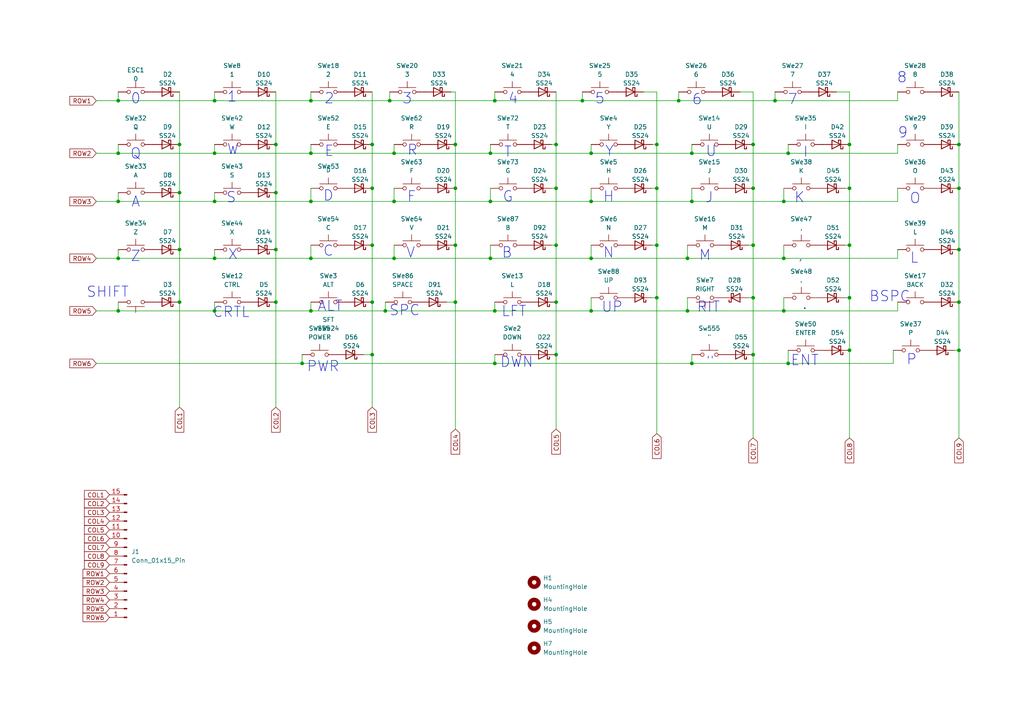
<source format=kicad_sch>
(kicad_sch (version 20250114) (generator "eeschema") (generator_version "9.0")
  (paper "A4")
  (text "Y" (at 176.784 43.942 0) (effects (font (size 3 3))))
  (text "S" (at 67.056 57.404 0) (effects (font (size 3 3))))
  (text "V" (at 119.126 73.406 0) (effects (font (size 3 3))))
  (text "ENT" (at 233.426 104.648 0) (effects (font (size 3 3))))
  (text "4" (at 148.844 28.702 0) (effects (font (size 3 3))))
  (text "CRTL" (at 67.056 90.678 0) (effects (font (size 3 3))))
  (text "U" (at 206.248 43.942 0) (effects (font (size 3 3))))
  (text "R" (at 119.634 43.688 0) (effects (font (size 3 3))))
  (text "H" (at 176.53 57.15 0) (effects (font (size 3 3))))
  (text "PWR" (at 93.726 106.426 0) (effects (font (size 3 3))))
  (text "9" (at 261.874 38.608 0) (effects (font (size 3 3))))
  (text "UP" (at 177.546 89.154 0) (effects (font (size 3 3))))
  (text "6" (at 202.184 28.956 0) (effects (font (size 3 3))))
  (text "LFT" (at 149.098 90.424 0) (effects (font (size 3 3))))
  (text "," (at 232.156 74.168 0) (effects (font (size 3 3))))
  (text "3" (at 118.11 28.702 0) (effects (font (size 3 3))))
  (text "ALT" (at 95.758 88.9 0) (effects (font (size 3 3))))
  (text "K" (at 231.902 57.404 0) (effects (font (size 3 3))))
  (text "N" (at 176.5077 73.406 0) (effects (font (size 3 3))))
  (text "W" (at 67.564 43.434 0) (effects (font (size 3 3))))
  (text "G" (at 147.32 57.15 0) (effects (font (size 3 3))))
  (text "5" (at 173.99 28.702 0) (effects (font (size 3 3))))
  (text "7" (at 229.87 28.956 0) (effects (font (size 3 3))))
  (text "1" (at 67.31 28.194 0) (effects (font (size 3 3))))
  (text "SHIFT" (at 31.242 84.836 0) (effects (font (size 3 3))))
  (text "E" (at 95.504 43.942 0) (effects (font (size 3 3))))
  (text "8" (at 261.62 22.606 0) (effects (font (size 3 3))))
  (text "M" (at 204.47 74.168 0) (effects (font (size 3 3))))
  (text "I" (at 233.68 44.196 0) (effects (font (size 3 3))))
  (text "DWN" (at 149.86 105.156 0) (effects (font (size 3 3))))
  (text "A" (at 39.37 58.674 0) (effects (font (size 3 3))))
  (text "C" (at 95.25 72.898 0) (effects (font (size 3 3))))
  (text "O" (at 265.43 57.658 0) (effects (font (size 3 3))))
  (text "Z" (at 39.37 74.422 0) (effects (font (size 3 3))))
  (text "J" (at 205.74 57.404 0) (effects (font (size 3 3))))
  (text "SPC" (at 117.348 90.17 0) (effects (font (size 3 3))))
  (text "D" (at 95.25 56.896 0) (effects (font (size 3 3))))
  (text "2" (at 95.504 28.702 0) (effects (font (size 3 3))))
  (text "T" (at 147.32 44.196 0) (effects (font (size 3 3))))
  (text "X" (at 67.564 73.914 0) (effects (font (size 3 3))))
  (text "L" (at 265.176 74.93 0) (effects (font (size 3 3))))
  (text "Q" (at 39.37 44.704 0) (effects (font (size 3 3))))
  (text "P" (at 264.414 104.394 0) (effects (font (size 3 3))))
  (text "." (at 233.426 88.392 0) (effects (font (size 3 3))))
  (text "RIT" (at 205.486 89.154 0) (effects (font (size 3 3))))
  (text "{dblquote}" (at 205.994 105.156 0) (effects (font (size 3 3))))
  (text "F" (at 119.38 57.15 0) (effects (font (size 3 3))))
  (text "BSPC" (at 258.064 86.106 0) (effects (font (size 3 3))))
  (text "B" (at 147.066 73.406 0) (effects (font (size 3 3))))
  (text "0" (at 39.37 28.702 0) (effects (font (size 3 3))))
  (junction (at 227.33 90.17))
  (junction (at 52.07 55.88))
  (junction (at 161.29 54.61))
  (junction (at 114.3 74.93))
  (junction (at 90.17 74.93))
  (junction (at 142.24 44.45))
  (junction (at 200.66 105.41))
  (junction (at 34.29 58.42))
  (junction (at 190.5 41.91))
  (junction (at 246.38 101.6))
  (junction (at 218.44 54.61))
  (junction (at 132.08 41.91))
  (junction (at 246.38 71.12))
  (junction (at 227.33 74.93))
  (junction (at 34.29 90.17))
  (junction (at 171.45 58.42))
  (junction (at 200.66 44.45))
  (junction (at 199.39 90.17))
  (junction (at 218.44 71.12))
  (junction (at 171.45 90.17))
  (junction (at 52.07 87.63))
  (junction (at 228.6 44.45))
  (junction (at 246.38 86.36))
  (junction (at 190.5 71.12))
  (junction (at 34.29 29.21))
  (junction (at 132.08 71.12))
  (junction (at 278.13 41.91))
  (junction (at 132.08 54.61))
  (junction (at 132.08 87.63))
  (junction (at 52.07 72.39))
  (junction (at 111.76 90.17))
  (junction (at 80.01 41.91))
  (junction (at 90.17 58.42))
  (junction (at 107.95 41.91))
  (junction (at 161.29 71.12))
  (junction (at 87.63 105.41))
  (junction (at 107.95 71.12))
  (junction (at 90.17 44.45))
  (junction (at 196.85 29.21))
  (junction (at 34.29 44.45))
  (junction (at 90.17 90.17))
  (junction (at 246.38 41.91))
  (junction (at 227.33 58.42))
  (junction (at 278.13 101.6))
  (junction (at 80.01 72.39))
  (junction (at 107.95 87.63))
  (junction (at 107.95 54.61))
  (junction (at 161.29 87.63))
  (junction (at 171.45 44.45))
  (junction (at 161.29 41.91))
  (junction (at 161.29 102.87))
  (junction (at 114.3 44.45))
  (junction (at 114.3 58.42))
  (junction (at 62.23 29.21))
  (junction (at 278.13 72.39))
  (junction (at 80.01 87.63))
  (junction (at 62.23 58.42))
  (junction (at 62.23 74.93))
  (junction (at 52.07 41.91))
  (junction (at 142.24 74.93))
  (junction (at 143.51 90.17))
  (junction (at 218.44 102.87))
  (junction (at 200.66 58.42))
  (junction (at 218.44 41.91))
  (junction (at 143.51 105.41))
  (junction (at 143.51 29.21))
  (junction (at 190.5 54.61))
  (junction (at 80.01 55.88))
  (junction (at 168.91 29.21))
  (junction (at 190.5 86.36))
  (junction (at 171.45 74.93))
  (junction (at 278.13 87.63))
  (junction (at 228.6 105.41))
  (junction (at 224.79 29.21))
  (junction (at 62.23 44.45))
  (junction (at 142.24 58.42))
  (junction (at 90.17 29.21))
  (junction (at 107.95 102.87))
  (junction (at 218.44 86.36))
  (junction (at 62.23 90.17))
  (junction (at 199.39 74.93))
  (junction (at 113.03 29.21))
  (junction (at 34.29 74.93))
  (junction (at 246.38 54.61))
  (junction (at 278.13 54.61))
  (wire (pts (xy 132.08 87.63) (xy 132.08 124.46)))
  (wire (pts (xy 80.01 72.39) (xy 80.01 87.63)))
  (wire (pts (xy 260.35 54.61) (xy 260.35 58.42)))
  (wire (pts (xy 228.6 41.91) (xy 228.6 44.45)))
  (wire (pts (xy 142.24 44.45) (xy 171.45 44.45)))
  (wire (pts (xy 90.17 54.61) (xy 90.17 58.42)))
  (wire (pts (xy 160.02 71.12) (xy 161.29 71.12)))
  (wire (pts (xy 107.95 41.91) (xy 107.95 54.61)))
  (wire (pts (xy 27.94 74.93) (xy 34.29 74.93)))
  (wire (pts (xy 114.3 74.93) (xy 142.24 74.93)))
  (wire (pts (xy 218.44 26.67) (xy 218.44 41.91)))
  (wire (pts (xy 132.08 71.12) (xy 132.08 87.63)))
  (wire (pts (xy 34.29 41.91) (xy 34.29 44.45)))
  (wire (pts (xy 227.33 74.93) (xy 260.35 74.93)))
  (wire (pts (xy 143.51 26.67) (xy 143.51 29.21)))
  (wire (pts (xy 200.66 41.91) (xy 200.66 44.45)))
  (wire (pts (xy 189.23 86.36) (xy 190.5 86.36)))
  (wire (pts (xy 199.39 90.17) (xy 227.33 90.17)))
  (wire (pts (xy 132.08 26.67) (xy 132.08 41.91)))
  (wire (pts (xy 34.29 74.93) (xy 62.23 74.93)))
  (wire (pts (xy 27.94 90.17) (xy 34.29 90.17)))
  (wire (pts (xy 227.33 90.17) (xy 260.35 90.17)))
  (wire (pts (xy 90.17 74.93) (xy 114.3 74.93)))
  (wire (pts (xy 62.23 44.45) (xy 90.17 44.45)))
  (wire (pts (xy 190.5 26.67) (xy 190.5 41.91)))
  (wire (pts (xy 218.44 102.87) (xy 218.44 127)))
  (wire (pts (xy 227.33 54.61) (xy 227.33 58.42)))
  (wire (pts (xy 171.45 44.45) (xy 200.66 44.45)))
  (wire (pts (xy 228.6 105.41) (xy 259.08 105.41)))
  (wire (pts (xy 52.07 72.39) (xy 52.07 87.63)))
  (wire (pts (xy 90.17 87.63) (xy 90.17 90.17)))
  (wire (pts (xy 52.07 26.67) (xy 52.07 41.91)))
  (wire (pts (xy 105.41 102.87) (xy 107.95 102.87)))
  (wire (pts (xy 218.44 26.67) (xy 214.63 26.67)))
  (wire (pts (xy 113.03 29.21) (xy 143.51 29.21)))
  (wire (pts (xy 190.5 26.67) (xy 186.69 26.67)))
  (wire (pts (xy 87.63 105.41) (xy 143.51 105.41)))
  (wire (pts (xy 142.24 41.91) (xy 142.24 44.45)))
  (wire (pts (xy 52.07 87.63) (xy 52.07 118.11)))
  (wire (pts (xy 87.63 102.87) (xy 87.63 105.41)))
  (wire (pts (xy 90.17 44.45) (xy 114.3 44.45)))
  (wire (pts (xy 190.5 41.91) (xy 189.23 41.91)))
  (wire (pts (xy 114.3 54.61) (xy 114.3 58.42)))
  (wire (pts (xy 34.29 44.45) (xy 62.23 44.45)))
  (wire (pts (xy 90.17 71.12) (xy 90.17 74.93)))
  (wire (pts (xy 142.24 71.12) (xy 142.24 74.93)))
  (wire (pts (xy 113.03 29.21) (xy 90.17 29.21)))
  (wire (pts (xy 62.23 41.91) (xy 62.23 44.45)))
  (wire (pts (xy 190.5 54.61) (xy 190.5 71.12)))
  (wire (pts (xy 27.94 29.21) (xy 34.29 29.21)))
  (wire (pts (xy 62.23 29.21) (xy 90.17 29.21)))
  (wire (pts (xy 111.76 90.17) (xy 143.51 90.17)))
  (wire (pts (xy 142.24 54.61) (xy 142.24 58.42)))
  (wire (pts (xy 161.29 41.91) (xy 161.29 54.61)))
  (wire (pts (xy 200.66 105.41) (xy 228.6 105.41)))
  (wire (pts (xy 34.29 72.39) (xy 34.29 74.93)))
  (wire (pts (xy 171.45 71.12) (xy 171.45 74.93)))
  (wire (pts (xy 199.39 86.36) (xy 199.39 90.17)))
  (wire (pts (xy 143.51 90.17) (xy 171.45 90.17)))
  (wire (pts (xy 259.08 101.6) (xy 259.08 105.41)))
  (wire (pts (xy 200.66 54.61) (xy 200.66 58.42)))
  (wire (pts (xy 143.51 29.21) (xy 168.91 29.21)))
  (wire (pts (xy 27.94 105.41) (xy 87.63 105.41)))
  (wire (pts (xy 228.6 44.45) (xy 260.35 44.45)))
  (wire (pts (xy 190.5 71.12) (xy 190.5 86.36)))
  (wire (pts (xy 143.51 105.41) (xy 200.66 105.41)))
  (wire (pts (xy 246.38 26.67) (xy 246.38 41.91)))
  (wire (pts (xy 107.95 71.12) (xy 107.95 87.63)))
  (wire (pts (xy 114.3 58.42) (xy 142.24 58.42)))
  (wire (pts (xy 114.3 44.45) (xy 142.24 44.45)))
  (wire (pts (xy 62.23 74.93) (xy 90.17 74.93)))
  (wire (pts (xy 27.94 44.45) (xy 34.29 44.45)))
  (wire (pts (xy 114.3 71.12) (xy 114.3 74.93)))
  (wire (pts (xy 278.13 101.6) (xy 278.13 127)))
  (wire (pts (xy 224.79 26.67) (xy 224.79 29.21)))
  (wire (pts (xy 143.51 102.87) (xy 143.51 105.41)))
  (wire (pts (xy 199.39 71.12) (xy 199.39 74.93)))
  (wire (pts (xy 246.38 26.67) (xy 242.57 26.67)))
  (wire (pts (xy 62.23 26.67) (xy 62.23 29.21)))
  (wire (pts (xy 114.3 41.91) (xy 114.3 44.45)))
  (wire (pts (xy 246.38 71.12) (xy 246.38 86.36)))
  (wire (pts (xy 245.11 86.36) (xy 246.38 86.36)))
  (wire (pts (xy 34.29 55.88) (xy 34.29 58.42)))
  (wire (pts (xy 161.29 87.63) (xy 161.29 102.87)))
  (wire (pts (xy 62.23 58.42) (xy 90.17 58.42)))
  (wire (pts (xy 190.5 41.91) (xy 190.5 54.61)))
  (wire (pts (xy 107.95 54.61) (xy 107.95 71.12)))
  (wire (pts (xy 160.02 54.61) (xy 161.29 54.61)))
  (wire (pts (xy 189.23 71.12) (xy 190.5 71.12)))
  (wire (pts (xy 129.54 87.63) (xy 132.08 87.63)))
  (wire (pts (xy 190.5 86.36) (xy 190.5 125.73)))
  (wire (pts (xy 278.13 54.61) (xy 278.13 72.39)))
  (wire (pts (xy 276.86 101.6) (xy 278.13 101.6)))
  (wire (pts (xy 161.29 71.12) (xy 161.29 87.63)))
  (wire (pts (xy 107.95 102.87) (xy 107.95 118.11)))
  (wire (pts (xy 132.08 41.91) (xy 132.08 54.61)))
  (wire (pts (xy 34.29 58.42) (xy 62.23 58.42)))
  (wire (pts (xy 107.95 26.67) (xy 107.95 41.91)))
  (wire (pts (xy 168.91 26.67) (xy 168.91 29.21)))
  (wire (pts (xy 171.45 86.36) (xy 171.45 90.17)))
  (wire (pts (xy 260.35 29.21) (xy 260.35 26.67)))
  (wire (pts (xy 278.13 87.63) (xy 278.13 101.6)))
  (wire (pts (xy 245.11 71.12) (xy 246.38 71.12)))
  (wire (pts (xy 228.6 101.6) (xy 228.6 105.41)))
  (wire (pts (xy 246.38 54.61) (xy 246.38 71.12)))
  (wire (pts (xy 224.79 29.21) (xy 196.85 29.21)))
  (wire (pts (xy 90.17 26.67) (xy 90.17 29.21)))
  (wire (pts (xy 227.33 86.36) (xy 227.33 90.17)))
  (wire (pts (xy 80.01 87.63) (xy 80.01 118.11)))
  (wire (pts (xy 171.45 90.17) (xy 199.39 90.17)))
  (wire (pts (xy 143.51 87.63) (xy 143.51 90.17)))
  (wire (pts (xy 27.94 58.42) (xy 34.29 58.42)))
  (wire (pts (xy 90.17 90.17) (xy 111.76 90.17)))
  (wire (pts (xy 196.85 29.21) (xy 168.91 29.21)))
  (wire (pts (xy 52.07 55.88) (xy 52.07 72.39)))
  (wire (pts (xy 34.29 29.21) (xy 62.23 29.21)))
  (wire (pts (xy 52.07 41.91) (xy 52.07 55.88)))
  (wire (pts (xy 224.79 29.21) (xy 260.35 29.21)))
  (wire (pts (xy 90.17 41.91) (xy 90.17 44.45)))
  (wire (pts (xy 171.45 54.61) (xy 171.45 58.42)))
  (wire (pts (xy 80.01 55.88) (xy 80.01 72.39)))
  (wire (pts (xy 62.23 90.17) (xy 62.23 87.63)))
  (wire (pts (xy 107.95 87.63) (xy 107.95 102.87)))
  (wire (pts (xy 278.13 72.39) (xy 278.13 87.63)))
  (wire (pts (xy 246.38 41.91) (xy 246.38 54.61)))
  (wire (pts (xy 218.44 41.91) (xy 218.44 54.61)))
  (wire (pts (xy 111.76 87.63) (xy 111.76 90.17)))
  (wire (pts (xy 218.44 86.36) (xy 218.44 102.87)))
  (wire (pts (xy 34.29 90.17) (xy 34.29 87.63)))
  (wire (pts (xy 217.17 71.12) (xy 218.44 71.12)))
  (wire (pts (xy 171.45 74.93) (xy 199.39 74.93)))
  (wire (pts (xy 142.24 58.42) (xy 171.45 58.42)))
  (wire (pts (xy 227.33 58.42) (xy 200.66 58.42)))
  (wire (pts (xy 217.17 86.36) (xy 218.44 86.36)))
  (wire (pts (xy 142.24 74.93) (xy 171.45 74.93)))
  (wire (pts (xy 161.29 41.91) (xy 160.02 41.91)))
  (wire (pts (xy 90.17 58.42) (xy 114.3 58.42)))
  (wire (pts (xy 34.29 29.21) (xy 34.29 26.67)))
  (wire (pts (xy 278.13 26.67) (xy 278.13 41.91)))
  (wire (pts (xy 171.45 41.91) (xy 171.45 44.45)))
  (wire (pts (xy 132.08 26.67) (xy 130.81 26.67)))
  (wire (pts (xy 189.23 54.61) (xy 190.5 54.61)))
  (wire (pts (xy 199.39 74.93) (xy 227.33 74.93)))
  (wire (pts (xy 227.33 58.42) (xy 260.35 58.42)))
  (wire (pts (xy 80.01 26.67) (xy 80.01 41.91)))
  (wire (pts (xy 161.29 102.87) (xy 161.29 124.46)))
  (wire (pts (xy 218.44 54.61) (xy 218.44 71.12)))
  (wire (pts (xy 245.11 54.61) (xy 246.38 54.61)))
  (wire (pts (xy 260.35 87.63) (xy 260.35 90.17)))
  (wire (pts (xy 161.29 54.61) (xy 161.29 71.12)))
  (wire (pts (xy 278.13 41.91) (xy 278.13 54.61)))
  (wire (pts (xy 171.45 58.42) (xy 200.66 58.42)))
  (wire (pts (xy 34.29 90.17) (xy 62.23 90.17)))
  (wire (pts (xy 132.08 54.61) (xy 132.08 71.12)))
  (wire (pts (xy 62.23 55.88) (xy 62.23 58.42)))
  (wire (pts (xy 113.03 26.67) (xy 113.03 29.21)))
  (wire (pts (xy 218.44 71.12) (xy 218.44 86.36)))
  (wire (pts (xy 246.38 101.6) (xy 246.38 127)))
  (wire (pts (xy 200.66 44.45) (xy 228.6 44.45)))
  (wire (pts (xy 196.85 26.67) (xy 196.85 29.21)))
  (wire (pts (xy 161.29 26.67) (xy 161.29 41.91)))
  (wire (pts (xy 246.38 86.36) (xy 246.38 101.6)))
  (wire (pts (xy 227.33 71.12) (xy 227.33 74.93)))
  (wire (pts (xy 80.01 41.91) (xy 80.01 55.88)))
  (wire (pts (xy 260.35 74.93) (xy 260.35 72.39)))
  (wire (pts (xy 260.35 44.45) (xy 260.35 41.91)))
  (wire (pts (xy 200.66 102.87) (xy 200.66 105.41)))
  (wire (pts (xy 62.23 72.39) (xy 62.23 74.93)))
  (wire (pts (xy 62.23 90.17) (xy 90.17 90.17)))
  (global_label "COL7" (shape input) (at 31.75 158.75 180) (property "Intersheetrefs" "${INTERSHEET_REFS}" (effects (hide yes))))
  (global_label "COL4" (shape input) (at 31.75 151.13 180) (property "Intersheetrefs" "${INTERSHEET_REFS}" (effects (hide yes))))
  (global_label "COL5" (shape input) (at 31.75 153.67 180) (property "Intersheetrefs" "${INTERSHEET_REFS}" (effects (hide yes))))
  (global_label "COL4" (shape input) (at 132.08 124.46 270) (property "Intersheetrefs" "${INTERSHEET_REFS}" (effects (hide yes))))
  (global_label "ROW3" (shape input) (at 31.75 171.45 180) (property "Intersheetrefs" "${INTERSHEET_REFS}" (effects (hide yes))))
  (global_label "ROW4" (shape input) (at 31.75 173.99 180) (property "Intersheetrefs" "${INTERSHEET_REFS}" (effects (hide yes))))
  (global_label "COL9" (shape input) (at 31.75 163.83 180) (property "Intersheetrefs" "${INTERSHEET_REFS}" (effects (hide yes))))
  (global_label "COL3" (shape input) (at 31.75 148.59 180) (property "Intersheetrefs" "${INTERSHEET_REFS}" (effects (hide yes))))
  (global_label "COL6" (shape input) (at 190.5 125.73 270) (property "Intersheetrefs" "${INTERSHEET_REFS}" (effects (hide yes))))
  (global_label "COL5" (shape input) (at 161.29 124.46 270) (property "Intersheetrefs" "${INTERSHEET_REFS}" (effects (hide yes))))
  (global_label "COL8" (shape input) (at 246.38 127 270) (property "Intersheetrefs" "${INTERSHEET_REFS}" (effects (hide yes))))
  (global_label "ROW6" (shape input) (at 31.75 179.07 180) (property "Intersheetrefs" "${INTERSHEET_REFS}" (effects (hide yes))))
  (global_label "ROW4" (shape input) (at 27.94 74.93 180) (property "Intersheetrefs" "${INTERSHEET_REFS}" (effects (hide yes))))
  (global_label "COL6" (shape input) (at 31.75 156.21 180) (property "Intersheetrefs" "${INTERSHEET_REFS}" (effects (hide yes))))
  (global_label "ROW2" (shape input) (at 31.75 168.91 180) (property "Intersheetrefs" "${INTERSHEET_REFS}" (effects (hide yes))))
  (global_label "ROW5" (shape input) (at 27.94 90.17 180) (property "Intersheetrefs" "${INTERSHEET_REFS}" (effects (hide yes))))
  (global_label "ROW1" (shape input) (at 31.75 166.37 180) (property "Intersheetrefs" "${INTERSHEET_REFS}" (effects (hide yes))))
  (global_label "ROW2" (shape input) (at 27.94 44.45 180) (property "Intersheetrefs" "${INTERSHEET_REFS}" (effects (hide yes))))
  (global_label "COL8" (shape input) (at 31.75 161.29 180) (property "Intersheetrefs" "${INTERSHEET_REFS}" (effects (hide yes))))
  (global_label "COL1" (shape input) (at 31.75 143.51 180) (property "Intersheetrefs" "${INTERSHEET_REFS}" (effects (hide yes))))
  (global_label "COL3" (shape input) (at 107.95 118.11 270) (property "Intersheetrefs" "${INTERSHEET_REFS}" (effects (hide yes))))
  (global_label "ROW3" (shape input) (at 27.94 58.42 180) (property "Intersheetrefs" "${INTERSHEET_REFS}" (effects (hide yes))))
  (global_label "ROW1" (shape input) (at 27.94 29.21 180) (property "Intersheetrefs" "${INTERSHEET_REFS}" (effects (hide yes))))
  (global_label "COL7" (shape input) (at 218.44 127 270) (property "Intersheetrefs" "${INTERSHEET_REFS}" (effects (hide yes))))
  (global_label "COL2" (shape input) (at 31.75 146.05 180) (property "Intersheetrefs" "${INTERSHEET_REFS}" (effects (hide yes))))
  (global_label "COL1" (shape input) (at 52.07 118.11 270) (property "Intersheetrefs" "${INTERSHEET_REFS}" (effects (hide yes))))
  (global_label "COL9" (shape input) (at 278.13 127 270) (property "Intersheetrefs" "${INTERSHEET_REFS}" (effects (hide yes))))
  (global_label "ROW5" (shape input) (at 31.75 176.53 180) (property "Intersheetrefs" "${INTERSHEET_REFS}" (effects (hide yes))))
  (global_label "COL2" (shape input) (at 80.01 118.11 270) (property "Intersheetrefs" "${INTERSHEET_REFS}" (effects (hide yes))))
  (global_label "ROW6" (shape input) (at 27.94 105.41 180) (property "Intersheetrefs" "${INTERSHEET_REFS}" (effects (hide yes))))
  (symbol (lib_id "Diode:SS24") (at 242.57 41.91 180) (unit 1)
    (property "Reference" "D42" (at 242.8875 36.83 0))
    (property "Value" "SS24" (at 242.8875 39.37 0))
    (property "Footprint" "Diode_SMD:D_0805_2012Metric" (effects (hide yes)))
    (property "Datasheet" "https://www.vishay.com/docs/88748/ss22.pdf" (effects (hide yes)))
    (property "Description" "40V 2A Schottky Diode, SMA" (effects (hide yes)))
  )
  (symbol (lib_id "Diode:SS24") (at 104.14 87.63 180) (unit 1)
    (property "Reference" "D6" (at 104.4575 82.55 0))
    (property "Value" "SS24" (at 104.4575 85.09 0))
    (property "Footprint" "Diode_SMD:D_0805_2012Metric" (effects (hide yes)))
    (property "Datasheet" "https://www.vishay.com/docs/88748/ss22.pdf" (effects (hide yes)))
    (property "Description" "40V 2A Schottky Diode, SMA" (effects (hide yes)))
  )
  (symbol (lib_id "Switch:SW_Push") (at 147.32 41.91 0) (unit 1)
    (property "Reference" "SWe72" (at 147.32 34.29 0))
    (property "Value" "T" (at 147.32 36.83 0))
    (property "Footprint" "USB4105-GF-A (1):SW_SPST_B3U-1000P_MovedText" (effects (hide yes)))
    (property "Description" "Push button switch, generic, two pins" (effects (hide yes)))
  )
  (symbol (lib_id "Switch:SW_Push") (at 265.43 41.91 0) (unit 1)
    (property "Reference" "SWe29" (at 265.43 34.29 0))
    (property "Value" "9" (at 265.43 36.83 0))
    (property "Footprint" "USB4105-GF-A (1):SW_SPST_B3U-1000P_MovedText" (effects (hide yes)))
    (property "Description" "Push button switch, generic, two pins" (effects (hide yes)))
  )
  (symbol (lib_id "Switch:SW_Push") (at 67.31 26.67 0) (unit 1)
    (property "Reference" "SWe8" (at 67.31 19.05 0))
    (property "Value" "1" (at 67.31 21.59 0))
    (property "Footprint" "USB4105-GF-A (1):SW_SPST_B3U-1000P_MovedText" (effects (hide yes)))
    (property "Description" "Push button switch, generic, two pins" (effects (hide yes)))
  )
  (symbol (lib_id "Switch:SW_Push") (at 39.37 87.63 0) (mirror x) (unit 1)
    (property "Reference" "SWe24" (at 95.25 95.25 0))
    (property "Value" "SFT" (at 95.25 92.71 0))
    (property "Footprint" "USB4105-GF-A (1):SW_SPST_B3U-1000P_MovedText" (effects (hide yes)))
    (property "Description" "Push button switch, generic, two pins" (effects (hide yes)))
  )
  (symbol (lib_id "Diode:SS24") (at 128.27 41.91 180) (unit 1)
    (property "Reference" "D19" (at 128.5875 36.83 0))
    (property "Value" "SS24" (at 128.5875 39.37 0))
    (property "Footprint" "Diode_SMD:D_0805_2012Metric" (effects (hide yes)))
    (property "Datasheet" "https://www.vishay.com/docs/88748/ss22.pdf" (effects (hide yes)))
    (property "Description" "40V 2A Schottky Diode, SMA" (effects (hide yes)))
  )
  (symbol (lib_id "Diode:SS24") (at 274.32 87.63 180) (unit 1)
    (property "Reference" "D32" (at 274.6375 82.55 0))
    (property "Value" "SS24" (at 274.6375 85.09 0))
    (property "Footprint" "Diode_SMD:D_0805_2012Metric" (effects (hide yes)))
    (property "Datasheet" "https://www.vishay.com/docs/88748/ss22.pdf" (effects (hide yes)))
    (property "Description" "40V 2A Schottky Diode, SMA" (effects (hide yes)))
  )
  (symbol (lib_id "Mechanical:MountingHole") (at 154.94 175.26 0) (unit 1) (exclude_from_sim yes) (in_bom no)
    (property "Reference" "H4" (at 157.48 173.9899 0) (effects (justify left)))
    (property "Value" "MountingHole" (at 157.48 176.5299 0) (effects (justify left)))
    (property "Footprint" "MountingHole:MountingHole_3.2mm_M3_ISO7380_Pad" (effects (hide yes)))
    (property "Description" "Mounting Hole without connection" (effects (hide yes)))
  )
  (symbol (lib_id "Switch:SW_Push") (at 176.53 86.36 0) (unit 1)
    (property "Reference" "SWe88" (at 176.53 78.74 0))
    (property "Value" "UP" (at 176.53 81.28 0))
    (property "Footprint" "USB4105-GF-A (1):SW_SPST_B3U-1000P_MovedText" (effects (hide yes)))
    (property "Description" "Push button switch, generic, two pins" (effects (hide yes)))
  )
  (symbol (lib_id "Diode:SS24") (at 48.26 26.67 180) (unit 1)
    (property "Reference" "D2" (at 48.5775 21.59 0))
    (property "Value" "SS24" (at 48.5775 24.13 0))
    (property "Footprint" "Diode_SMD:D_0805_2012Metric" (effects (hide yes)))
    (property "Datasheet" "https://www.vishay.com/docs/88748/ss22.pdf" (effects (hide yes)))
    (property "Description" "40V 2A Schottky Diode, SMA" (effects (hide yes)))
  )
  (symbol (lib_id "Switch:SW_Push") (at 119.38 54.61 0) (unit 1)
    (property "Reference" "SWe63" (at 119.38 46.99 0))
    (property "Value" "F" (at 119.38 49.53 0))
    (property "Footprint" "USB4105-GF-A (1):SW_SPST_B3U-1000P_MovedText" (effects (hide yes)))
    (property "Description" "Push button switch, generic, two pins" (effects (hide yes)))
  )
  (symbol (lib_id "Switch:SW_Push") (at 67.31 72.39 0) (unit 1)
    (property "Reference" "SWe44" (at 67.31 64.77 0))
    (property "Value" "X" (at 67.31 67.31 0))
    (property "Footprint" "USB4105-GF-A (1):SW_SPST_B3U-1000P_MovedText" (effects (hide yes)))
    (property "Description" "Push button switch, generic, two pins" (effects (hide yes)))
  )
  (symbol (lib_id "Switch:SW_Push") (at 265.43 72.39 0) (unit 1)
    (property "Reference" "SWe39" (at 265.43 64.77 0))
    (property "Value" "L" (at 265.43 67.31 0))
    (property "Footprint" "USB4105-GF-A (1):SW_SPST_B3U-1000P_MovedText" (effects (hide yes)))
    (property "Description" "Push button switch, generic, two pins" (effects (hide yes)))
  )
  (symbol (lib_id "Switch:SW_Push") (at 205.74 102.87 0) (unit 1)
    (property "Reference" "Sw555" (at 205.74 95.25 0))
    (property "Value" "{dblquote}" (at 205.74 97.79 0))
    (property "Footprint" "USB4105-GF-A (1):SW_SPST_B3U-1000P_MovedText" (effects (hide yes)))
    (property "Description" "Push button switch, generic, two pins" (effects (hide yes)))
  )
  (symbol (lib_id "Switch:SW_Push") (at 233.68 41.91 0) (unit 1)
    (property "Reference" "SWe35" (at 233.68 34.29 0))
    (property "Value" "I" (at 233.68 36.83 0))
    (property "Footprint" "USB4105-GF-A (1):SW_SPST_B3U-1000P_MovedText" (effects (hide yes)))
    (property "Description" "Push button switch, generic, two pins" (effects (hide yes)))
  )
  (symbol (lib_id "Diode:SS24") (at 273.05 101.6 180) (unit 1)
    (property "Reference" "D44" (at 273.3675 96.52 0))
    (property "Value" "SS24" (at 273.3675 99.06 0))
    (property "Footprint" "Diode_SMD:D_0805_2012Metric" (effects (hide yes)))
    (property "Datasheet" "https://www.vishay.com/docs/88748/ss22.pdf" (effects (hide yes)))
    (property "Description" "40V 2A Schottky Diode, SMA" (effects (hide yes)))
  )
  (symbol (lib_id "Switch:SW_Push") (at 148.59 102.87 0) (unit 1)
    (property "Reference" "SWe2" (at 148.59 95.25 0))
    (property "Value" "DOWN" (at 148.59 97.79 0))
    (property "Footprint" "USB4105-GF-A (1):SW_SPST_B3U-1000P_MovedText" (effects (hide yes)))
    (property "Description" "Push button switch, generic, two pins" (effects (hide yes)))
  )
  (symbol (lib_id "Switch:SW_Push") (at 67.31 55.88 0) (unit 1)
    (property "Reference" "SWe43" (at 67.31 48.26 0))
    (property "Value" "S" (at 67.31 50.8 0))
    (property "Footprint" "USB4105-GF-A (1):SW_SPST_B3U-1000P_MovedText" (effects (hide yes)))
    (property "Description" "Push button switch, generic, two pins" (effects (hide yes)))
  )
  (symbol (lib_id "Switch:SW_Push") (at 204.47 86.36 180) (unit 1)
    (property "Reference" "SWe7" (at 204.47 81.28 0))
    (property "Value" "RIGHT" (at 204.47 83.82 0))
    (property "Footprint" "USB4105-GF-A (1):SW_SPST_B3U-1000P_MovedText" (effects (hide yes)))
    (property "Description" "Push button switch, generic, two pins" (effects (hide yes)))
  )
  (symbol (lib_id "Switch:SW_Push") (at 92.71 102.87 0) (unit 1)
    (property "Reference" "SWe55" (at 92.71 95.25 0))
    (property "Value" "POWER" (at 92.71 97.79 0))
    (property "Footprint" "USB4105-GF-A (1):SW_SPST_B3U-1000P_MovedText" (effects (hide yes)))
    (property "Description" "Push button switch, generic, two pins" (effects (hide yes)))
  )
  (symbol (lib_id "Diode:SS24") (at 238.76 26.67 180) (unit 1)
    (property "Reference" "D37" (at 239.0775 21.59 0))
    (property "Value" "SS24" (at 239.0775 24.13 0))
    (property "Footprint" "Diode_SMD:D_0805_2012Metric" (effects (hide yes)))
    (property "Datasheet" "https://www.vishay.com/docs/88748/ss22.pdf" (effects (hide yes)))
    (property "Description" "40V 2A Schottky Diode, SMA" (effects (hide yes)))
  )
  (symbol (lib_id "Diode:SS24") (at 157.48 87.63 180) (unit 1)
    (property "Reference" "D18" (at 157.7975 82.55 0))
    (property "Value" "SS24" (at 157.7975 85.09 0))
    (property "Footprint" "Diode_SMD:D_0805_2012Metric" (effects (hide yes)))
    (property "Datasheet" "https://www.vishay.com/docs/88748/ss22.pdf" (effects (hide yes)))
    (property "Description" "40V 2A Schottky Diode, SMA" (effects (hide yes)))
  )
  (symbol (lib_id "Switch:SW_Push") (at 39.37 41.91 0) (unit 1)
    (property "Reference" "SWe32" (at 39.37 34.29 0))
    (property "Value" "Q" (at 39.37 36.83 0))
    (property "Footprint" "USB4105-GF-A (1):SW_SPST_B3U-1000P_MovedText" (effects (hide yes)))
    (property "Description" "Push button switch, generic, two pins" (effects (hide yes)))
  )
  (symbol (lib_id "Switch:SW_Push") (at 39.37 72.39 0) (unit 1)
    (property "Reference" "SWe34" (at 39.37 64.77 0))
    (property "Value" "Z" (at 39.37 67.31 0))
    (property "Footprint" "USB4105-GF-A (1):SW_SPST_B3U-1000P_MovedText" (effects (hide yes)))
    (property "Description" "Push button switch, generic, two pins" (effects (hide yes)))
  )
  (symbol (lib_id "Diode:SS24") (at 104.14 54.61 180) (unit 1)
    (property "Reference" "D16" (at 104.4575 49.53 0))
    (property "Value" "SS24" (at 104.4575 52.07 0))
    (property "Footprint" "Diode_SMD:D_0805_2012Metric" (effects (hide yes)))
    (property "Datasheet" "https://www.vishay.com/docs/88748/ss22.pdf" (effects (hide yes)))
    (property "Description" "40V 2A Schottky Diode, SMA" (effects (hide yes)))
  )
  (symbol (lib_id "Diode:SS24") (at 76.2 72.39 180) (unit 1)
    (property "Reference" "D14" (at 76.5175 67.31 0))
    (property "Value" "SS24" (at 76.5175 69.85 0))
    (property "Footprint" "Diode_SMD:D_0805_2012Metric" (effects (hide yes)))
    (property "Datasheet" "https://www.vishay.com/docs/88748/ss22.pdf" (effects (hide yes)))
    (property "Description" "40V 2A Schottky Diode, SMA" (effects (hide yes)))
  )
  (symbol (lib_id "Diode:SS24") (at 48.26 87.63 180) (unit 1)
    (property "Reference" "D3" (at 48.5775 82.55 0))
    (property "Value" "SS24" (at 48.5775 85.09 0))
    (property "Footprint" "Diode_SMD:D_0805_2012Metric" (effects (hide yes)))
    (property "Datasheet" "https://www.vishay.com/docs/88748/ss22.pdf" (effects (hide yes)))
    (property "Description" "40V 2A Schottky Diode, SMA" (effects (hide yes)))
  )
  (symbol (lib_id "Diode:SS24") (at 76.2 26.67 180) (unit 1)
    (property "Reference" "D10" (at 76.5175 21.59 0))
    (property "Value" "SS24" (at 76.5175 24.13 0))
    (property "Footprint" "Diode_SMD:D_0805_2012Metric" (effects (hide yes)))
    (property "Datasheet" "https://www.vishay.com/docs/88748/ss22.pdf" (effects (hide yes)))
    (property "Description" "40V 2A Schottky Diode, SMA" (effects (hide yes)))
  )
  (symbol (lib_id "Diode:SS24") (at 214.63 102.87 180) (unit 1)
    (property "Reference" "D55" (at 214.9475 97.79 0))
    (property "Value" "SS24" (at 214.9475 100.33 0))
    (property "Footprint" "Diode_SMD:D_0805_2012Metric" (effects (hide yes)))
    (property "Datasheet" "https://www.vishay.com/docs/88748/ss22.pdf" (effects (hide yes)))
    (property "Description" "40V 2A Schottky Diode, SMA" (effects (hide yes)))
  )
  (symbol (lib_id "Switch:SW_Push") (at 39.37 55.88 0) (unit 1)
    (property "Reference" "SWe33" (at 39.37 48.26 0))
    (property "Value" "A" (at 39.37 50.8 0))
    (property "Footprint" "USB4105-GF-A (1):SW_SPST_B3U-1000P_MovedText" (effects (hide yes)))
    (property "Description" "Push button switch, generic, two pins" (effects (hide yes)))
  )
  (symbol (lib_id "Switch:SW_Push") (at 232.41 54.61 0) (unit 1)
    (property "Reference" "SWe38" (at 232.41 46.99 0))
    (property "Value" "K" (at 232.41 49.53 0))
    (property "Footprint" "USB4105-GF-A (1):SW_SPST_B3U-1000P_MovedText" (effects (hide yes)))
    (property "Description" "Push button switch, generic, two pins" (effects (hide yes)))
  )
  (symbol (lib_id "Diode:SS24") (at 242.57 101.6 180) (unit 1)
    (property "Reference" "D54" (at 242.8875 96.52 0))
    (property "Value" "SS24" (at 242.8875 99.06 0))
    (property "Footprint" "Diode_SMD:D_0805_2012Metric" (effects (hide yes)))
    (property "Datasheet" "https://www.vishay.com/docs/88748/ss22.pdf" (effects (hide yes)))
    (property "Description" "40V 2A Schottky Diode, SMA" (effects (hide yes)))
  )
  (symbol (lib_id "Switch:SW_Push") (at 265.43 87.63 0) (unit 1)
    (property "Reference" "SWe17" (at 265.43 80.01 0))
    (property "Value" "BACK" (at 265.43 82.55 0))
    (property "Footprint" "USB4105-GF-A (1):SW_SPST_B3U-1000P_MovedText" (effects (hide yes)))
    (property "Description" "Push button switch, generic, two pins" (effects (hide yes)))
  )
  (symbol (lib_id "Diode:SS24") (at 274.32 41.91 180) (unit 1)
    (property "Reference" "D39" (at 274.6375 36.83 0))
    (property "Value" "SS24" (at 274.6375 39.37 0))
    (property "Footprint" "Diode_SMD:D_0805_2012Metric" (effects (hide yes)))
    (property "Datasheet" "https://www.vishay.com/docs/88748/ss22.pdf" (effects (hide yes)))
    (property "Description" "40V 2A Schottky Diode, SMA" (effects (hide yes)))
  )
  (symbol (lib_id "Diode:SS24") (at 127 26.67 180) (unit 1)
    (property "Reference" "D33" (at 127.3175 21.59 0))
    (property "Value" "SS24" (at 127.3175 24.13 0))
    (property "Footprint" "Diode_SMD:D_0805_2012Metric" (effects (hide yes)))
    (property "Datasheet" "https://www.vishay.com/docs/88748/ss22.pdf" (effects (hide yes)))
    (property "Description" "40V 2A Schottky Diode, SMA" (effects (hide yes)))
  )
  (symbol (lib_id "Diode:SS24") (at 48.26 72.39 180) (unit 1)
    (property "Reference" "D7" (at 48.5775 67.31 0))
    (property "Value" "SS24" (at 48.5775 69.85 0))
    (property "Footprint" "Diode_SMD:D_0805_2012Metric" (effects (hide yes)))
    (property "Datasheet" "https://www.vishay.com/docs/88748/ss22.pdf" (effects (hide yes)))
    (property "Description" "40V 2A Schottky Diode, SMA" (effects (hide yes)))
  )
  (symbol (lib_id "Switch:SW_Push") (at 95.25 41.91 0) (unit 1)
    (property "Reference" "SWe52" (at 95.25 34.29 0))
    (property "Value" "E" (at 95.25 36.83 0))
    (property "Footprint" "USB4105-GF-A (1):SW_SPST_B3U-1000P_MovedText" (effects (hide yes)))
    (property "Description" "Push button switch, generic, two pins" (effects (hide yes)))
  )
  (symbol (lib_id "Mechanical:MountingHole") (at 154.94 187.96 270) (unit 1) (exclude_from_sim yes) (in_bom no)
    (property "Reference" "H7" (at 157.48 186.6899 90) (effects (justify left)))
    (property "Value" "MountingHole" (at 157.48 189.2299 90) (effects (justify left)))
    (property "Footprint" "MountingHole:MountingHole_3.2mm_M3" (effects (hide yes)))
    (property "Description" "Mounting Hole without connection" (effects (hide yes)))
  )
  (symbol (lib_id "Switch:SW_Push") (at 265.43 54.61 0) (unit 1)
    (property "Reference" "SWe36" (at 265.43 46.99 0))
    (property "Value" "O" (at 265.43 49.53 0))
    (property "Footprint" "USB4105-GF-A (1):SW_SPST_B3U-1000P_MovedText" (effects (hide yes)))
    (property "Description" "Push button switch, generic, two pins" (effects (hide yes)))
  )
  (symbol (lib_id "Diode:SS24") (at 241.3 54.61 180) (unit 1)
    (property "Reference" "D45" (at 241.6175 49.53 0))
    (property "Value" "SS24" (at 241.6175 52.07 0))
    (property "Footprint" "Diode_SMD:D_0805_2012Metric" (effects (hide yes)))
    (property "Datasheet" "https://www.vishay.com/docs/88748/ss22.pdf" (effects (hide yes)))
    (property "Description" "40V 2A Schottky Diode, SMA" (effects (hide yes)))
  )
  (symbol (lib_id "Switch:SW_Push") (at 233.68 101.6 0) (unit 1)
    (property "Reference" "SWe50" (at 233.68 93.98 0))
    (property "Value" "ENTER" (at 233.68 96.52 0))
    (property "Footprint" "USB4105-GF-A (1):SW_SPST_B3U-1000P_MovedText" (effects (hide yes)))
    (property "Description" "Push button switch, generic, two pins" (effects (hide yes)))
  )
  (symbol (lib_id "Diode:SS24") (at 157.48 26.67 180) (unit 1)
    (property "Reference" "D34" (at 157.7975 21.59 0))
    (property "Value" "SS24" (at 157.7975 24.13 0))
    (property "Footprint" "Diode_SMD:D_0805_2012Metric" (effects (hide yes)))
    (property "Datasheet" "https://www.vishay.com/docs/88748/ss22.pdf" (effects (hide yes)))
    (property "Description" "40V 2A Schottky Diode, SMA" (effects (hide yes)))
  )
  (symbol (lib_id "Diode:SS24") (at 128.27 54.61 180) (unit 1)
    (property "Reference" "D20" (at 128.5875 49.53 0))
    (property "Value" "SS24" (at 128.5875 52.07 0))
    (property "Footprint" "Diode_SMD:D_0805_2012Metric" (effects (hide yes)))
    (property "Datasheet" "https://www.vishay.com/docs/88748/ss22.pdf" (effects (hide yes)))
    (property "Description" "40V 2A Schottky Diode, SMA" (effects (hide yes)))
  )
  (symbol (lib_id "Switch:SW_Push") (at 205.74 41.91 0) (unit 1)
    (property "Reference" "SWe14" (at 205.74 34.29 0))
    (property "Value" "U" (at 205.74 36.83 0))
    (property "Footprint" "USB4105-GF-A (1):SW_SPST_B3U-1000P_MovedText" (effects (hide yes)))
    (property "Description" "Push button switch, generic, two pins" (effects (hide yes)))
  )
  (symbol (lib_id "Mechanical:MountingHole") (at 154.94 181.61 0) (unit 1) (exclude_from_sim yes) (in_bom no)
    (property "Reference" "H5" (at 157.48 180.3399 0) (effects (justify left)))
    (property "Value" "MountingHole" (at 157.48 182.8799 0) (effects (justify left)))
    (property "Footprint" "MountingHole:MountingHole_3.2mm_M3_ISO7380_Pad" (effects (hide yes)))
    (property "Description" "Mounting Hole without connection" (effects (hide yes)))
  )
  (symbol (lib_id "Switch:SW_Push") (at 118.11 26.67 0) (unit 1)
    (property "Reference" "SWe20" (at 118.11 19.05 0))
    (property "Value" "3" (at 118.11 21.59 0))
    (property "Footprint" "USB4105-GF-A (1):SW_SPST_B3U-1000P_MovedText" (effects (hide yes)))
    (property "Description" "Push button switch, generic, two pins" (effects (hide yes)))
  )
  (symbol (lib_id "Switch:SW_Push") (at 116.84 87.63 0) (unit 1)
    (property "Reference" "SWe86" (at 116.84 80.01 0))
    (property "Value" "SPACE" (at 116.84 82.55 0))
    (property "Footprint" "USB4105-GF-A (1):SW_SPST_B3U-1000P_MovedText" (effects (hide yes)))
    (property "Description" "Push button switch, generic, two pins" (effects (hide yes)))
  )
  (symbol (lib_id "Switch:SW_Push") (at 147.32 71.12 0) (unit 1)
    (property "Reference" "SWe87" (at 147.32 63.5 0))
    (property "Value" "B" (at 147.32 66.04 0))
    (property "Footprint" "USB4105-GF-A (1):SW_SPST_B3U-1000P_MovedText" (effects (hide yes)))
    (property "Description" "Push button switch, generic, two pins" (effects (hide yes)))
  )
  (symbol (lib_id "Diode:SS24") (at 128.27 71.12 180) (unit 1)
    (property "Reference" "D21" (at 128.5875 66.04 0))
    (property "Value" "SS24" (at 128.5875 68.58 0))
    (property "Footprint" "Diode_SMD:D_0805_2012Metric" (effects (hide yes)))
    (property "Datasheet" "https://www.vishay.com/docs/88748/ss22.pdf" (effects (hide yes)))
    (property "Description" "40V 2A Schottky Diode, SMA" (effects (hide yes)))
  )
  (symbol (lib_id "Diode:SS24") (at 76.2 41.91 180) (unit 1)
    (property "Reference" "D12" (at 76.5175 36.83 0))
    (property "Value" "SS24" (at 76.5175 39.37 0))
    (property "Footprint" "Diode_SMD:D_0805_2012Metric" (effects (hide yes)))
    (property "Datasheet" "https://www.vishay.com/docs/88748/ss22.pdf" (effects (hide yes)))
    (property "Description" "40V 2A Schottky Diode, SMA" (effects (hide yes)))
  )
  (symbol (lib_id "Diode:SS24") (at 125.73 87.63 180) (unit 1)
    (property "Reference" "D91" (at 126.0475 82.55 0))
    (property "Value" "SS24" (at 126.0475 85.09 0))
    (property "Footprint" "Diode_SMD:D_0805_2012Metric" (effects (hide yes)))
    (property "Datasheet" "https://www.vishay.com/docs/88748/ss22.pdf" (effects (hide yes)))
    (property "Description" "40V 2A Schottky Diode, SMA" (effects (hide yes)))
  )
  (symbol (lib_id "Diode:SS24") (at 156.21 54.61 180) (unit 1)
    (property "Reference" "D24" (at 156.5275 49.53 0))
    (property "Value" "SS24" (at 156.5275 52.07 0))
    (property "Footprint" "Diode_SMD:D_0805_2012Metric" (effects (hide yes)))
    (property "Datasheet" "https://www.vishay.com/docs/88748/ss22.pdf" (effects (hide yes)))
    (property "Description" "40V 2A Schottky Diode, SMA" (effects (hide yes)))
  )
  (symbol (lib_id "Diode:SS24") (at 185.42 71.12 180) (unit 1)
    (property "Reference" "D27" (at 185.7375 66.04 0))
    (property "Value" "SS24" (at 185.7375 68.58 0))
    (property "Footprint" "Diode_SMD:D_0805_2012Metric" (effects (hide yes)))
    (property "Datasheet" "https://www.vishay.com/docs/88748/ss22.pdf" (effects (hide yes)))
    (property "Description" "40V 2A Schottky Diode, SMA" (effects (hide yes)))
  )
  (symbol (lib_id "Diode:SS24") (at 213.36 71.12 180) (unit 1)
    (property "Reference" "D31" (at 213.6775 66.04 0))
    (property "Value" "SS24" (at 213.6775 68.58 0))
    (property "Footprint" "Diode_SMD:D_0805_2012Metric" (effects (hide yes)))
    (property "Datasheet" "https://www.vishay.com/docs/88748/ss22.pdf" (effects (hide yes)))
    (property "Description" "40V 2A Schottky Diode, SMA" (effects (hide yes)))
  )
  (symbol (lib_id "Switch:SW_Push") (at 148.59 87.63 0) (unit 1)
    (property "Reference" "SWe13" (at 148.59 80.01 0))
    (property "Value" "L" (at 148.59 82.55 0))
    (property "Footprint" "USB4105-GF-A (1):SW_SPST_B3U-1000P_MovedText" (effects (hide yes)))
    (property "Description" "Push button switch, generic, two pins" (effects (hide yes)))
  )
  (symbol (lib_id "Mechanical:MountingHole") (at 154.94 168.91 0) (unit 1) (exclude_from_sim yes) (in_bom no)
    (property "Reference" "H1" (at 157.48 167.6399 0) (effects (justify left)))
    (property "Value" "MountingHole" (at 157.48 170.1799 0) (effects (justify left)))
    (property "Footprint" "MountingHole:MountingHole_3.2mm_M3_ISO7380_Pad" (effects (hide yes)))
    (property "Description" "Mounting Hole without connection" (effects (hide yes)))
  )
  (symbol (lib_id "Switch:SW_Push") (at 67.31 87.63 0) (unit 1)
    (property "Reference" "SWe12" (at 67.31 80.01 0))
    (property "Value" "CTRL" (at 67.31 82.55 0))
    (property "Footprint" "USB4105-GF-A (1):SW_SPST_B3U-1000P_MovedText" (effects (hide yes)))
    (property "Description" "Push button switch, generic, two pins" (effects (hide yes)))
  )
  (symbol (lib_id "Switch:SW_Push") (at 201.93 26.67 0) (unit 1)
    (property "Reference" "SWe26" (at 201.93 19.05 0))
    (property "Value" "6" (at 201.93 21.59 0))
    (property "Footprint" "USB4105-GF-A (1):SW_SPST_B3U-1000P_MovedText" (effects (hide yes)))
    (property "Description" "Push button switch, generic, two pins" (effects (hide yes)))
  )
  (symbol (lib_id "Switch:SW_Push") (at 148.59 26.67 0) (unit 1)
    (property "Reference" "SWe21" (at 148.59 19.05 0))
    (property "Value" "4" (at 148.59 21.59 0))
    (property "Footprint" "USB4105-GF-A (1):SW_SPST_B3U-1000P_MovedText" (effects (hide yes)))
    (property "Description" "Push button switch, generic, two pins" (effects (hide yes)))
  )
  (symbol (lib_id "Diode:SS24") (at 104.14 26.67 180) (unit 1)
    (property "Reference" "D11" (at 104.4575 21.59 0))
    (property "Value" "SS24" (at 104.4575 24.13 0))
    (property "Footprint" "Diode_SMD:D_0805_2012Metric" (effects (hide yes)))
    (property "Datasheet" "https://www.vishay.com/docs/88748/ss22.pdf" (effects (hide yes)))
    (property "Description" "40V 2A Schottky Diode, SMA" (effects (hide yes)))
  )
  (symbol (lib_id "Connector:Conn_01x15_Pin") (at 36.83 161.29 180) (unit 1)
    (property "Reference" "J1" (at 38.1 160.0199 0) (effects (justify right)))
    (property "Value" "Conn_01x15_Pin" (at 38.1 162.5599 0) (effects (justify right)))
    (property "Footprint" "Connector_PinHeader_2.54mm:PinHeader_1x15_P2.54mm_Vertical" (effects (hide yes)))
    (property "Description" "Generic connector, single row, 01x15, script generated" (effects (hide yes)))
  )
  (symbol (lib_id "Diode:SS24") (at 156.21 41.91 180) (unit 1)
    (property "Reference" "D23" (at 156.5275 36.83 0))
    (property "Value" "SS24" (at 156.5275 39.37 0))
    (property "Footprint" "Diode_SMD:D_0805_2012Metric" (effects (hide yes)))
    (property "Datasheet" "https://www.vishay.com/docs/88748/ss22.pdf" (effects (hide yes)))
    (property "Description" "40V 2A Schottky Diode, SMA" (effects (hide yes)))
  )
  (symbol (lib_id "Switch:SW_Push") (at 176.53 71.12 0) (unit 1)
    (property "Reference" "SWe6" (at 176.53 63.5 0))
    (property "Value" "N" (at 176.53 66.04 0))
    (property "Footprint" "USB4105-GF-A (1):SW_SPST_B3U-1000P_MovedText" (effects (hide yes)))
    (property "Description" "Push button switch, generic, two pins" (effects (hide yes)))
  )
  (symbol (lib_id "Diode:SS24") (at 104.14 71.12 180) (unit 1)
    (property "Reference" "D17" (at 104.4575 66.04 0))
    (property "Value" "SS24" (at 104.4575 68.58 0))
    (property "Footprint" "Diode_SMD:D_0805_2012Metric" (effects (hide yes)))
    (property "Datasheet" "https://www.vishay.com/docs/88748/ss22.pdf" (effects (hide yes)))
    (property "Description" "40V 2A Schottky Diode, SMA" (effects (hide yes)))
  )
  (symbol (lib_id "Diode:SS24") (at 76.2 55.88 180) (unit 1)
    (property "Reference" "D13" (at 76.5175 50.8 0))
    (property "Value" "SS24" (at 76.5175 53.34 0))
    (property "Footprint" "Diode_SMD:D_0805_2012Metric" (effects (hide yes)))
    (property "Datasheet" "https://www.vishay.com/docs/88748/ss22.pdf" (effects (hide yes)))
    (property "Description" "40V 2A Schottky Diode, SMA" (effects (hide yes)))
  )
  (symbol (lib_id "Diode:SS24") (at 274.32 72.39 180) (unit 1)
    (property "Reference" "D46" (at 274.6375 67.31 0))
    (property "Value" "SS24" (at 274.6375 69.85 0))
    (property "Footprint" "Diode_SMD:D_0805_2012Metric" (effects (hide yes)))
    (property "Datasheet" "https://www.vishay.com/docs/88748/ss22.pdf" (effects (hide yes)))
    (property "Description" "40V 2A Schottky Diode, SMA" (effects (hide yes)))
  )
  (symbol (lib_id "Switch:SW_Push") (at 147.32 54.61 0) (unit 1)
    (property "Reference" "SWe73" (at 147.32 46.99 0))
    (property "Value" "G" (at 147.32 49.53 0))
    (property "Footprint" "USB4105-GF-A (1):SW_SPST_B3U-1000P_MovedText" (effects (hide yes)))
    (property "Description" "Push button switch, generic, two pins" (effects (hide yes)))
  )
  (symbol (lib_id "Diode:SS24") (at 274.32 26.67 180) (unit 1)
    (property "Reference" "D38" (at 274.6375 21.59 0))
    (property "Value" "SS24" (at 274.6375 24.13 0))
    (property "Footprint" "Diode_SMD:D_0805_2012Metric" (effects (hide yes)))
    (property "Datasheet" "https://www.vishay.com/docs/88748/ss22.pdf" (effects (hide yes)))
    (property "Description" "40V 2A Schottky Diode, SMA" (effects (hide yes)))
  )
  (symbol (lib_id "Switch:SW_Push") (at 229.87 26.67 0) (unit 1)
    (property "Reference" "SWe27" (at 229.87 19.05 0))
    (property "Value" "7" (at 229.87 21.59 0))
    (property "Footprint" "USB4105-GF-A (1):SW_SPST_B3U-1000P_MovedText" (effects (hide yes)))
    (property "Description" "Push button switch, generic, two pins" (effects (hide yes)))
  )
  (symbol (lib_id "Switch:SW_Push") (at 95.25 87.63 0) (unit 1)
    (property "Reference" "SWe3" (at 95.25 80.01 0))
    (property "Value" "ALT" (at 95.25 82.55 0))
    (property "Footprint" "USB4105-GF-A (1):SW_SPST_B3U-1000P_MovedText" (effects (hide yes)))
    (property "Description" "Push button switch, generic, two pins" (effects (hide yes)))
  )
  (symbol (lib_id "Switch:SW_Push") (at 119.38 41.91 0) (unit 1)
    (property "Reference" "SWe62" (at 119.38 34.29 0))
    (property "Value" "R" (at 119.38 36.83 0))
    (property "Footprint" "USB4105-GF-A (1):SW_SPST_B3U-1000P_MovedText" (effects (hide yes)))
    (property "Description" "Push button switch, generic, two pins" (effects (hide yes)))
  )
  (symbol (lib_id "Switch:SW_Push") (at 39.37 26.67 0) (unit 1)
    (property "Reference" "ESC1" (at 39.37 20.32 0))
    (property "Value" "0" (at 39.37 22.86 0))
    (property "Footprint" "USB4105-GF-A (1):SW_SPST_B3U-1000P_MovedText" (effects (hide yes)))
    (property "Description" "Push button switch, generic, two pins" (effects (hide yes)))
  )
  (symbol (lib_id "Diode:SS24") (at 182.88 26.67 180) (unit 1)
    (property "Reference" "D35" (at 183.1975 21.59 0))
    (property "Value" "SS24" (at 183.1975 24.13 0))
    (property "Footprint" "Diode_SMD:D_0805_2012Metric" (effects (hide yes)))
    (property "Datasheet" "https://www.vishay.com/docs/88748/ss22.pdf" (effects (hide yes)))
    (property "Description" "40V 2A Schottky Diode, SMA" (effects (hide yes)))
  )
  (symbol (lib_id "Switch:SW_Push") (at 95.25 71.12 0) (unit 1)
    (property "Reference" "SWe54" (at 95.25 63.5 0))
    (property "Value" "C" (at 95.25 66.04 0))
    (property "Footprint" "USB4105-GF-A (1):SW_SPST_B3U-1000P_MovedText" (effects (hide yes)))
    (property "Description" "Push button switch, generic, two pins" (effects (hide yes)))
  )
  (symbol (lib_id "Diode:SS24") (at 214.63 41.91 180) (unit 1)
    (property "Reference" "D29" (at 214.9475 36.83 0))
    (property "Value" "SS24" (at 214.9475 39.37 0))
    (property "Footprint" "Diode_SMD:D_0805_2012Metric" (effects (hide yes)))
    (property "Datasheet" "https://www.vishay.com/docs/88748/ss22.pdf" (effects (hide yes)))
    (property "Description" "40V 2A Schottky Diode, SMA" (effects (hide yes)))
  )
  (symbol (lib_id "Switch:SW_Push") (at 264.16 101.6 0) (unit 1)
    (property "Reference" "SWe37" (at 264.16 93.98 0))
    (property "Value" "P" (at 264.16 96.52 0))
    (property "Footprint" "USB4105-GF-A (1):SW_SPST_B3U-1000P_MovedText" (effects (hide yes)))
    (property "Description" "Push button switch, generic, two pins" (effects (hide yes)))
  )
  (symbol (lib_id "Diode:SS24") (at 241.3 86.36 180) (unit 1)
    (property "Reference" "D52" (at 241.6175 81.28 0))
    (property "Value" "SS24" (at 241.6175 83.82 0))
    (property "Footprint" "Diode_SMD:D_0805_2012Metric" (effects (hide yes)))
    (property "Datasheet" "https://www.vishay.com/docs/88748/ss22.pdf" (effects (hide yes)))
    (property "Description" "40V 2A Schottky Diode, SMA" (effects (hide yes)))
  )
  (symbol (lib_id "Diode:SS24") (at 185.42 54.61 180) (unit 1)
    (property "Reference" "D26" (at 185.7375 49.53 0))
    (property "Value" "SS24" (at 185.7375 52.07 0))
    (property "Footprint" "Diode_SMD:D_0805_2012Metric" (effects (hide yes)))
    (property "Datasheet" "https://www.vishay.com/docs/88748/ss22.pdf" (effects (hide yes)))
    (property "Description" "40V 2A Schottky Diode, SMA" (effects (hide yes)))
  )
  (symbol (lib_id "Diode:SS24") (at 214.63 54.61 180) (unit 1)
    (property "Reference" "D30" (at 214.9475 49.53 0))
    (property "Value" "SS24" (at 214.9475 52.07 0))
    (property "Footprint" "Diode_SMD:D_0805_2012Metric" (effects (hide yes)))
    (property "Datasheet" "https://www.vishay.com/docs/88748/ss22.pdf" (effects (hide yes)))
    (property "Description" "40V 2A Schottky Diode, SMA" (effects (hide yes)))
  )
  (symbol (lib_id "Diode:SS24") (at 157.48 102.87 180) (unit 1)
    (property "Reference" "D22" (at 157.7975 97.79 0))
    (property "Value" "SS24" (at 157.7975 100.33 0))
    (property "Footprint" "Diode_SMD:D_0805_2012Metric" (effects (hide yes)))
    (property "Datasheet" "https://www.vishay.com/docs/88748/ss22.pdf" (effects (hide yes)))
    (property "Description" "40V 2A Schottky Diode, SMA" (effects (hide yes)))
  )
  (symbol (lib_id "Diode:SS24") (at 274.32 54.61 180) (unit 1)
    (property "Reference" "D43" (at 274.6375 49.53 0))
    (property "Value" "SS24" (at 274.6375 52.07 0))
    (property "Footprint" "Diode_SMD:D_0805_2012Metric" (effects (hide yes)))
    (property "Datasheet" "https://www.vishay.com/docs/88748/ss22.pdf" (effects (hide yes)))
    (property "Description" "40V 2A Schottky Diode, SMA" (effects (hide yes)))
  )
  (symbol (lib_id "Switch:SW_Push") (at 205.74 54.61 0) (unit 1)
    (property "Reference" "SWe15" (at 205.74 46.99 0))
    (property "Value" "J" (at 205.74 49.53 0))
    (property "Footprint" "USB4105-GF-A (1):SW_SPST_B3U-1000P_MovedText" (effects (hide yes)))
    (property "Description" "Push button switch, generic, two pins" (effects (hide yes)))
  )
  (symbol (lib_id "Diode:SS24") (at 104.14 41.91 180) (unit 1)
    (property "Reference" "D15" (at 104.4575 36.83 0))
    (property "Value" "SS24" (at 104.4575 39.37 0))
    (property "Footprint" "Diode_SMD:D_0805_2012Metric" (effects (hide yes)))
    (property "Datasheet" "https://www.vishay.com/docs/88748/ss22.pdf" (effects (hide yes)))
    (property "Description" "40V 2A Schottky Diode, SMA" (effects (hide yes)))
  )
  (symbol (lib_id "Switch:SW_Push") (at 173.99 26.67 0) (unit 1)
    (property "Reference" "SWe25" (at 173.99 19.05 0))
    (property "Value" "5" (at 173.99 21.59 0))
    (property "Footprint" "USB4105-GF-A (1):SW_SPST_B3U-1000P_MovedText" (effects (hide yes)))
    (property "Description" "Push button switch, generic, two pins" (effects (hide yes)))
  )
  (symbol (lib_id "Diode:SS24") (at 241.3 71.12 180) (unit 1)
    (property "Reference" "D51" (at 241.6175 66.04 0))
    (property "Value" "SS24" (at 241.6175 68.58 0))
    (property "Footprint" "Diode_SMD:D_0805_2012Metric" (effects (hide yes)))
    (property "Datasheet" "https://www.vishay.com/docs/88748/ss22.pdf" (effects (hide yes)))
    (property "Description" "40V 2A Schottky Diode, SMA" (effects (hide yes)))
  )
  (symbol (lib_id "Diode:SS24") (at 213.36 86.36 0) (mirror x) (unit 1)
    (property "Reference" "D28" (at 213.0425 81.28 0))
    (property "Value" "SS24" (at 213.0425 83.82 0))
    (property "Footprint" "Diode_SMD:D_0805_2012Metric" (effects (hide yes)))
    (property "Datasheet" "https://www.vishay.com/docs/88748/ss22.pdf" (effects (hide yes)))
    (property "Description" "40V 2A Schottky Diode, SMA" (effects (hide yes)))
  )
  (symbol (lib_id "Diode:SS24") (at 101.6 102.87 180) (unit 1)
    (property "Reference" "D56" (at 101.9175 97.79 0))
    (property "Value" "SS24" (at 101.9175 100.33 0))
    (property "Footprint" "Diode_SMD:D_0805_2012Metric" (effects (hide yes)))
    (property "Datasheet" "https://www.vishay.com/docs/88748/ss22.pdf" (effects (hide yes)))
    (property "Description" "40V 2A Schottky Diode, SMA" (effects (hide yes)))
  )
  (symbol (lib_id "Switch:SW_Push") (at 265.43 26.67 0) (unit 1)
    (property "Reference" "SWe28" (at 265.43 19.05 0))
    (property "Value" "8" (at 265.43 21.59 0))
    (property "Footprint" "USB4105-GF-A (1):SW_SPST_B3U-1000P_MovedText" (effects (hide yes)))
    (property "Description" "Push button switch, generic, two pins" (effects (hide yes)))
  )
  (symbol (lib_id "Switch:SW_Push") (at 176.53 41.91 0) (unit 1)
    (property "Reference" "SWe4" (at 176.53 34.29 0))
    (property "Value" "Y" (at 176.53 36.83 0))
    (property "Footprint" "USB4105-GF-A (1):SW_SPST_B3U-1000P_MovedText" (effects (hide yes)))
    (property "Description" "Push button switch, generic, two pins" (effects (hide yes)))
  )
  (symbol (lib_id "Diode:SS24") (at 156.21 71.12 180) (unit 1)
    (property "Reference" "D92" (at 156.5275 66.04 0))
    (property "Value" "SS24" (at 156.5275 68.58 0))
    (property "Footprint" "Diode_SMD:D_0805_2012Metric" (effects (hide yes)))
    (property "Datasheet" "https://www.vishay.com/docs/88748/ss22.pdf" (effects (hide yes)))
    (property "Description" "40V 2A Schottky Diode, SMA" (effects (hide yes)))
  )
  (symbol (lib_id "Switch:SW_Push") (at 95.25 54.61 0) (unit 1)
    (property "Reference" "SWe53" (at 95.25 48.26 0))
    (property "Value" "D" (at 95.25 49.276 0))
    (property "Footprint" "USB4105-GF-A (1):SW_SPST_B3U-1000P_MovedText" (effects (hide yes)))
    (property "Description" "Push button switch, generic, two pins" (effects (hide yes)))
  )
  (symbol (lib_id "Switch:SW_Push") (at 232.41 71.12 0) (unit 1)
    (property "Reference" "SWe47" (at 232.41 63.5 0))
    (property "Value" "," (at 232.41 66.04 0))
    (property "Footprint" "USB4105-GF-A (1):SW_SPST_B3U-1000P_MovedText" (effects (hide yes)))
    (property "Description" "Push button switch, generic, two pins" (effects (hide yes)))
  )
  (symbol (lib_id "Switch:SW_Push") (at 204.47 71.12 0) (unit 1)
    (property "Reference" "SWe16" (at 204.47 63.5 0))
    (property "Value" "M" (at 204.47 66.04 0))
    (property "Footprint" "USB4105-GF-A (1):SW_SPST_B3U-1000P_MovedText" (effects (hide yes)))
    (property "Description" "Push button switch, generic, two pins" (effects (hide yes)))
  )
  (symbol (lib_id "Switch:SW_Push") (at 232.41 86.36 0) (unit 1)
    (property "Reference" "SWe48" (at 232.41 78.74 0))
    (property "Value" "." (at 232.41 81.28 0))
    (property "Footprint" "USB4105-GF-A (1):SW_SPST_B3U-1000P_MovedText" (effects (hide yes)))
    (property "Description" "Push button switch, generic, two pins" (effects (hide yes)))
  )
  (symbol (lib_id "Diode:SS24") (at 185.42 41.91 180) (unit 1)
    (property "Reference" "D25" (at 185.7375 36.83 0))
    (property "Value" "SS24" (at 185.7375 39.37 0))
    (property "Footprint" "Diode_SMD:D_0805_2012Metric" (effects (hide yes)))
    (property "Datasheet" "https://www.vishay.com/docs/88748/ss22.pdf" (effects (hide yes)))
    (property "Description" "40V 2A Schottky Diode, SMA" (effects (hide yes)))
  )
  (symbol (lib_id "Diode:SS24") (at 48.26 55.88 180) (unit 1)
    (property "Reference" "D8" (at 48.5775 50.8 0))
    (property "Value" "SS24" (at 48.5775 53.34 0))
    (property "Footprint" "Diode_SMD:D_0805_2012Metric" (effects (hide yes)))
    (property "Datasheet" "https://www.vishay.com/docs/88748/ss22.pdf" (effects (hide yes)))
    (property "Description" "40V 2A Schottky Diode, SMA" (effects (hide yes)))
  )
  (symbol (lib_id "Switch:SW_Push") (at 67.31 41.91 0) (unit 1)
    (property "Reference" "SWe42" (at 67.31 34.29 0))
    (property "Value" "W" (at 67.31 36.83 0))
    (property "Footprint" "USB4105-GF-A (1):SW_SPST_B3U-1000P_MovedText" (effects (hide yes)))
    (property "Description" "Push button switch, generic, two pins" (effects (hide yes)))
  )
  (symbol (lib_id "Switch:SW_Push") (at 176.53 54.61 0) (unit 1)
    (property "Reference" "SWe5" (at 176.53 46.99 0))
    (property "Value" "H" (at 176.53 49.53 0))
    (property "Footprint" "USB4105-GF-A (1):SW_SPST_B3U-1000P_MovedText" (effects (hide yes)))
    (property "Description" "Push button switch, generic, two pins" (effects (hide yes)))
  )
  (symbol (lib_id "Diode:SS24") (at 185.42 86.36 180) (unit 1)
    (property "Reference" "D93" (at 185.7375 81.28 0))
    (property "Value" "SS24" (at 185.7375 83.82 0))
    (property "Footprint" "Diode_SMD:D_0805_2012Metric" (effects (hide yes)))
    (property "Datasheet" "https://www.vishay.com/docs/88748/ss22.pdf" (effects (hide yes)))
    (property "Description" "40V 2A Schottky Diode, SMA" (effects (hide yes)))
  )
  (symbol (lib_id "Switch:SW_Push") (at 119.38 71.12 0) (unit 1)
    (property "Reference" "SWe64" (at 119.38 63.5 0))
    (property "Value" "V" (at 119.38 66.04 0))
    (property "Footprint" "USB4105-GF-A (1):SW_SPST_B3U-1000P_MovedText" (effects (hide yes)))
    (property "Description" "Push button switch, generic, two pins" (effects (hide yes)))
  )
  (symbol (lib_id "Diode:SS24") (at 76.2 87.63 180) (unit 1)
    (property "Reference" "D5" (at 76.5175 82.55 0))
    (property "Value" "SS24" (at 76.5175 85.09 0))
    (property "Footprint" "Diode_SMD:D_0805_2012Metric" (effects (hide yes)))
    (property "Datasheet" "https://www.vishay.com/docs/88748/ss22.pdf" (effects (hide yes)))
    (property "Description" "40V 2A Schottky Diode, SMA" (effects (hide yes)))
  )
  (symbol (lib_id "Diode:SS24") (at 48.26 41.91 180) (unit 1)
    (property "Reference" "D9" (at 48.5775 36.83 0))
    (property "Value" "SS24" (at 48.5775 39.37 0))
    (property "Footprint" "Diode_SMD:D_0805_2012Metric" (effects (hide yes)))
    (property "Datasheet" "https://www.vishay.com/docs/88748/ss22.pdf" (effects (hide yes)))
    (property "Description" "40V 2A Schottky Diode, SMA" (effects (hide yes)))
  )
  (symbol (lib_id "Diode:SS24") (at 210.82 26.67 180) (unit 1)
    (property "Reference" "D36" (at 211.1375 21.59 0))
    (property "Value" "SS24" (at 211.1375 24.13 0))
    (property "Footprint" "Diode_SMD:D_0805_2012Metric" (effects (hide yes)))
    (property "Datasheet" "https://www.vishay.com/docs/88748/ss22.pdf" (effects (hide yes)))
    (property "Description" "40V 2A Schottky Diode, SMA" (effects (hide yes)))
  )
  (symbol (lib_id "Switch:SW_Push") (at 95.25 26.67 0) (unit 1)
    (property "Reference" "SWe18" (at 95.25 19.05 0))
    (property "Value" "2" (at 95.25 21.59 0))
    (property "Footprint" "USB4105-GF-A (1):SW_SPST_B3U-1000P_MovedText" (effects (hide yes)))
    (property "Description" "Push button switch, generic, two pins" (effects (hide yes)))
  )
)
</source>
